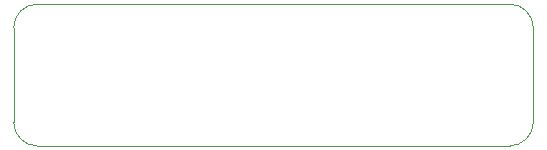
<source format=gbr>
G04 #@! TF.GenerationSoftware,KiCad,Pcbnew,(5.1.4)-1*
G04 #@! TF.CreationDate,2022-02-08T04:13:44-08:00*
G04 #@! TF.ProjectId,bushwacker2,62757368-7761-4636-9b65-72322e6b6963,rev?*
G04 #@! TF.SameCoordinates,Original*
G04 #@! TF.FileFunction,Profile,NP*
%FSLAX46Y46*%
G04 Gerber Fmt 4.6, Leading zero omitted, Abs format (unit mm)*
G04 Created by KiCad (PCBNEW (5.1.4)-1) date 2022-02-08 04:13:44*
%MOMM*%
%LPD*%
G04 APERTURE LIST*
%ADD10C,0.100000*%
G04 APERTURE END LIST*
D10*
X110400000Y-112000000D02*
X70400001Y-112000001D01*
X112399999Y-109999999D02*
G75*
G02X110400000Y-112000000I-2000000J-1D01*
G01*
X112400000Y-102000000D02*
X112399999Y-110000000D01*
X110400000Y-100000000D02*
G75*
G02X112400000Y-102000000I0J-2000000D01*
G01*
X70400000Y-100000000D02*
X110400000Y-100000000D01*
X68400000Y-102000000D02*
G75*
G02X70400000Y-100000000I2000000J0D01*
G01*
X68400000Y-110000000D02*
X68400000Y-102000000D01*
X70400001Y-112000001D02*
G75*
G02X68400000Y-110000000I0J2000001D01*
G01*
M02*

</source>
